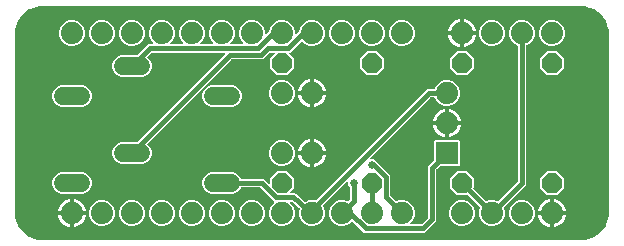
<source format=gbr>
G04 EAGLE Gerber RS-274X export*
G75*
%MOMM*%
%FSLAX34Y34*%
%LPD*%
%INTop Copper*%
%IPPOS*%
%AMOC8*
5,1,8,0,0,1.08239X$1,22.5*%
G01*
%ADD10R,1.879600X1.879600*%
%ADD11C,1.879600*%
%ADD12P,1.814519X8X22.500000*%
%ADD13C,1.524000*%
%ADD14P,1.814519X8X202.500000*%
%ADD15C,0.406400*%
%ADD16C,0.654800*%

G36*
X482622Y2544D02*
X482622Y2544D01*
X482660Y2543D01*
X486117Y2815D01*
X486122Y2817D01*
X486128Y2816D01*
X486292Y2850D01*
X492868Y4987D01*
X492899Y5003D01*
X492934Y5012D01*
X493080Y5095D01*
X498673Y9158D01*
X498698Y9184D01*
X498729Y9203D01*
X498842Y9327D01*
X502905Y14920D01*
X502921Y14952D01*
X502944Y14980D01*
X503013Y15132D01*
X505150Y21708D01*
X505151Y21713D01*
X505153Y21719D01*
X505185Y21883D01*
X505457Y25340D01*
X505455Y25362D01*
X505459Y25400D01*
X505459Y177800D01*
X505456Y177822D01*
X505457Y177860D01*
X505185Y181317D01*
X505183Y181322D01*
X505184Y181328D01*
X505150Y181492D01*
X503013Y188068D01*
X502997Y188099D01*
X502988Y188134D01*
X502905Y188280D01*
X498842Y193873D01*
X498816Y193898D01*
X498797Y193929D01*
X498673Y194042D01*
X493080Y198105D01*
X493048Y198121D01*
X493020Y198144D01*
X492868Y198213D01*
X486292Y200350D01*
X486287Y200351D01*
X486281Y200353D01*
X486117Y200385D01*
X482660Y200657D01*
X482638Y200655D01*
X482600Y200659D01*
X25400Y200659D01*
X25378Y200656D01*
X25340Y200657D01*
X21883Y200385D01*
X21878Y200383D01*
X21872Y200384D01*
X21708Y200350D01*
X15132Y198213D01*
X15101Y198197D01*
X15066Y198188D01*
X14920Y198105D01*
X9327Y194042D01*
X9302Y194016D01*
X9271Y193997D01*
X9158Y193873D01*
X5095Y188280D01*
X5079Y188248D01*
X5056Y188220D01*
X4987Y188068D01*
X2850Y181492D01*
X2849Y181487D01*
X2847Y181481D01*
X2815Y181317D01*
X2543Y177860D01*
X2545Y177838D01*
X2541Y177800D01*
X2541Y25400D01*
X2544Y25378D01*
X2543Y25340D01*
X2815Y21883D01*
X2817Y21878D01*
X2816Y21872D01*
X2850Y21708D01*
X4987Y15132D01*
X5003Y15101D01*
X5012Y15066D01*
X5095Y14920D01*
X9158Y9327D01*
X9184Y9302D01*
X9203Y9271D01*
X9327Y9158D01*
X14920Y5095D01*
X14952Y5079D01*
X14980Y5056D01*
X15132Y4987D01*
X21708Y2850D01*
X21713Y2849D01*
X21719Y2847D01*
X21883Y2815D01*
X25340Y2543D01*
X25362Y2545D01*
X25400Y2541D01*
X482600Y2541D01*
X482622Y2544D01*
G37*
%LPC*%
G36*
X297961Y8889D02*
X297961Y8889D01*
X288687Y18163D01*
X288671Y18175D01*
X288658Y18191D01*
X288571Y18247D01*
X288487Y18307D01*
X288468Y18313D01*
X288451Y18324D01*
X288351Y18349D01*
X288252Y18379D01*
X288232Y18379D01*
X288213Y18384D01*
X288110Y18376D01*
X288006Y18373D01*
X287987Y18366D01*
X287968Y18364D01*
X287873Y18324D01*
X287775Y18288D01*
X287760Y18276D01*
X287741Y18268D01*
X287610Y18163D01*
X285587Y16140D01*
X281573Y14477D01*
X277227Y14477D01*
X273213Y16140D01*
X270140Y19213D01*
X268477Y23227D01*
X268477Y27573D01*
X270140Y31587D01*
X273213Y34660D01*
X277227Y36323D01*
X281573Y36323D01*
X283733Y35428D01*
X283847Y35401D01*
X283960Y35373D01*
X283967Y35373D01*
X283973Y35372D01*
X284089Y35383D01*
X284206Y35392D01*
X284211Y35394D01*
X284218Y35395D01*
X284325Y35443D01*
X284432Y35488D01*
X284438Y35493D01*
X284442Y35495D01*
X284456Y35507D01*
X284563Y35593D01*
X285780Y36810D01*
X285833Y36884D01*
X285893Y36954D01*
X285905Y36984D01*
X285924Y37010D01*
X285951Y37097D01*
X285985Y37182D01*
X285989Y37223D01*
X285996Y37245D01*
X285995Y37277D01*
X286003Y37349D01*
X286003Y47255D01*
X285989Y47345D01*
X285981Y47436D01*
X285969Y47466D01*
X285964Y47498D01*
X285921Y47578D01*
X285885Y47662D01*
X285859Y47694D01*
X285848Y47715D01*
X285825Y47737D01*
X285780Y47793D01*
X284761Y48812D01*
X284761Y51833D01*
X284750Y51904D01*
X284748Y51976D01*
X284730Y52025D01*
X284722Y52076D01*
X284688Y52139D01*
X284663Y52207D01*
X284631Y52248D01*
X284606Y52294D01*
X284555Y52343D01*
X284510Y52399D01*
X284466Y52427D01*
X284428Y52463D01*
X284363Y52493D01*
X284303Y52532D01*
X284252Y52545D01*
X284205Y52567D01*
X284134Y52575D01*
X284064Y52592D01*
X284012Y52588D01*
X283961Y52594D01*
X283890Y52578D01*
X283819Y52573D01*
X283771Y52553D01*
X283720Y52541D01*
X283659Y52505D01*
X283593Y52477D01*
X283537Y52432D01*
X283509Y52415D01*
X283494Y52397D01*
X283462Y52372D01*
X263449Y32359D01*
X263381Y32265D01*
X263311Y32170D01*
X263309Y32164D01*
X263305Y32159D01*
X263271Y32048D01*
X263235Y31936D01*
X263235Y31930D01*
X263233Y31924D01*
X263236Y31807D01*
X263237Y31690D01*
X263239Y31683D01*
X263239Y31678D01*
X263246Y31661D01*
X263284Y31529D01*
X264923Y27573D01*
X264923Y23227D01*
X263260Y19213D01*
X260187Y16140D01*
X256173Y14477D01*
X251827Y14477D01*
X247813Y16140D01*
X244740Y19213D01*
X243077Y23227D01*
X243077Y27573D01*
X243591Y28814D01*
X243598Y28840D01*
X243610Y28864D01*
X243626Y28959D01*
X243648Y29053D01*
X243645Y29080D01*
X243649Y29106D01*
X243634Y29202D01*
X243625Y29298D01*
X243614Y29323D01*
X243609Y29349D01*
X243564Y29435D01*
X243525Y29523D01*
X243506Y29543D01*
X243494Y29566D01*
X243378Y29688D01*
X236913Y35127D01*
X236865Y35155D01*
X236855Y35164D01*
X236854Y35165D01*
X236818Y35195D01*
X236758Y35219D01*
X236702Y35252D01*
X236645Y35265D01*
X236590Y35287D01*
X236493Y35298D01*
X236462Y35304D01*
X236447Y35303D01*
X236423Y35305D01*
X235980Y35305D01*
X235909Y35294D01*
X235837Y35292D01*
X235788Y35274D01*
X235737Y35266D01*
X235674Y35232D01*
X235606Y35207D01*
X235566Y35175D01*
X235519Y35150D01*
X235470Y35098D01*
X235414Y35054D01*
X235386Y35010D01*
X235350Y34972D01*
X235320Y34907D01*
X235281Y34847D01*
X235268Y34796D01*
X235246Y34749D01*
X235239Y34678D01*
X235221Y34608D01*
X235225Y34556D01*
X235219Y34505D01*
X235235Y34434D01*
X235240Y34363D01*
X235261Y34315D01*
X235272Y34264D01*
X235308Y34203D01*
X235337Y34137D01*
X235381Y34081D01*
X235398Y34053D01*
X235416Y34038D01*
X235441Y34006D01*
X237860Y31587D01*
X239523Y27573D01*
X239523Y23227D01*
X237860Y19213D01*
X234787Y16140D01*
X230773Y14477D01*
X226427Y14477D01*
X222413Y16140D01*
X219340Y19213D01*
X217677Y23227D01*
X217677Y27573D01*
X219340Y31587D01*
X222082Y34329D01*
X222093Y34345D01*
X222109Y34357D01*
X222165Y34445D01*
X222225Y34529D01*
X222231Y34548D01*
X222242Y34564D01*
X222267Y34665D01*
X222298Y34764D01*
X222297Y34784D01*
X222302Y34803D01*
X222294Y34906D01*
X222291Y35009D01*
X222284Y35028D01*
X222283Y35048D01*
X222242Y35143D01*
X222207Y35241D01*
X222194Y35256D01*
X222187Y35274D01*
X222082Y35405D01*
X219875Y37612D01*
X210467Y47020D01*
X210393Y47073D01*
X210323Y47133D01*
X210293Y47145D01*
X210267Y47164D01*
X210180Y47191D01*
X210095Y47225D01*
X210054Y47229D01*
X210032Y47236D01*
X210000Y47235D01*
X209928Y47243D01*
X194354Y47243D01*
X194239Y47224D01*
X194123Y47207D01*
X194117Y47205D01*
X194111Y47204D01*
X194008Y47149D01*
X193903Y47096D01*
X193899Y47091D01*
X193893Y47088D01*
X193814Y47004D01*
X193731Y46920D01*
X193728Y46914D01*
X193724Y46910D01*
X193716Y46893D01*
X193650Y46773D01*
X193173Y45620D01*
X190600Y43047D01*
X187239Y41655D01*
X168361Y41655D01*
X165000Y43047D01*
X162427Y45620D01*
X161035Y48981D01*
X161035Y52619D01*
X162427Y55980D01*
X165000Y58553D01*
X168361Y59945D01*
X187239Y59945D01*
X190600Y58553D01*
X193173Y55980D01*
X193650Y54827D01*
X193712Y54727D01*
X193772Y54627D01*
X193777Y54623D01*
X193780Y54618D01*
X193870Y54543D01*
X193959Y54467D01*
X193965Y54465D01*
X193969Y54461D01*
X194078Y54419D01*
X194187Y54375D01*
X194194Y54374D01*
X194199Y54373D01*
X194217Y54372D01*
X194354Y54357D01*
X213190Y54357D01*
X217394Y50153D01*
X217452Y50111D01*
X217504Y50062D01*
X217551Y50040D01*
X217593Y50010D01*
X217662Y49989D01*
X217727Y49958D01*
X217779Y49953D01*
X217829Y49937D01*
X217900Y49939D01*
X217971Y49931D01*
X218022Y49942D01*
X218074Y49944D01*
X218142Y49968D01*
X218212Y49984D01*
X218257Y50010D01*
X218305Y50028D01*
X218361Y50073D01*
X218423Y50110D01*
X218457Y50149D01*
X218497Y50182D01*
X218536Y50242D01*
X218583Y50297D01*
X218602Y50345D01*
X218630Y50389D01*
X218648Y50458D01*
X218675Y50525D01*
X218683Y50596D01*
X218691Y50627D01*
X218689Y50651D01*
X218693Y50692D01*
X218693Y54904D01*
X224496Y60707D01*
X232704Y60707D01*
X238507Y54904D01*
X238507Y46696D01*
X235528Y43718D01*
X235487Y43660D01*
X235437Y43608D01*
X235415Y43561D01*
X235385Y43519D01*
X235364Y43450D01*
X235334Y43385D01*
X235328Y43333D01*
X235313Y43283D01*
X235314Y43212D01*
X235307Y43141D01*
X235318Y43090D01*
X235319Y43038D01*
X235344Y42970D01*
X235359Y42900D01*
X235386Y42855D01*
X235403Y42807D01*
X235448Y42751D01*
X235485Y42689D01*
X235525Y42655D01*
X235557Y42615D01*
X235617Y42576D01*
X235672Y42529D01*
X235720Y42510D01*
X235764Y42482D01*
X235833Y42464D01*
X235900Y42437D01*
X235971Y42429D01*
X236003Y42421D01*
X236026Y42423D01*
X236067Y42419D01*
X237812Y42419D01*
X237836Y42423D01*
X237878Y42422D01*
X239173Y42533D01*
X239178Y42529D01*
X239238Y42505D01*
X239294Y42472D01*
X239351Y42459D01*
X239406Y42437D01*
X239459Y42431D01*
X240382Y41508D01*
X240401Y41494D01*
X240430Y41464D01*
X247931Y35153D01*
X248004Y35110D01*
X248072Y35060D01*
X248109Y35048D01*
X248143Y35028D01*
X248225Y35010D01*
X248306Y34983D01*
X248345Y34984D01*
X248383Y34976D01*
X248467Y34985D01*
X248552Y34986D01*
X248600Y35000D01*
X248627Y35003D01*
X248655Y35016D01*
X248713Y35033D01*
X251827Y36323D01*
X256173Y36323D01*
X256537Y36172D01*
X256651Y36145D01*
X256764Y36117D01*
X256771Y36117D01*
X256777Y36116D01*
X256893Y36127D01*
X257010Y36136D01*
X257015Y36138D01*
X257022Y36139D01*
X257129Y36187D01*
X257236Y36232D01*
X257242Y36237D01*
X257246Y36239D01*
X257260Y36251D01*
X257367Y36337D01*
X351587Y130557D01*
X357442Y130557D01*
X357557Y130576D01*
X357673Y130593D01*
X357678Y130595D01*
X357685Y130596D01*
X357787Y130651D01*
X357892Y130704D01*
X357897Y130709D01*
X357902Y130712D01*
X357982Y130796D01*
X358064Y130880D01*
X358068Y130886D01*
X358071Y130890D01*
X358079Y130907D01*
X358145Y131027D01*
X359040Y133187D01*
X362113Y136260D01*
X366127Y137923D01*
X370473Y137923D01*
X374487Y136260D01*
X377560Y133187D01*
X379223Y129173D01*
X379223Y124827D01*
X377560Y120813D01*
X374487Y117740D01*
X370473Y116077D01*
X366127Y116077D01*
X362113Y117740D01*
X359040Y120813D01*
X358145Y122973D01*
X358084Y123073D01*
X358024Y123173D01*
X358019Y123177D01*
X358016Y123182D01*
X357926Y123257D01*
X357837Y123333D01*
X357831Y123335D01*
X357826Y123339D01*
X357718Y123381D01*
X357609Y123425D01*
X357601Y123426D01*
X357597Y123427D01*
X357578Y123428D01*
X357442Y123443D01*
X354849Y123443D01*
X354758Y123429D01*
X354668Y123421D01*
X354638Y123409D01*
X354606Y123404D01*
X354525Y123361D01*
X354441Y123325D01*
X354409Y123299D01*
X354388Y123288D01*
X354366Y123265D01*
X354310Y123220D01*
X303228Y72138D01*
X303186Y72080D01*
X303137Y72028D01*
X303115Y71981D01*
X303085Y71939D01*
X303064Y71870D01*
X303033Y71805D01*
X303028Y71753D01*
X303012Y71703D01*
X303014Y71632D01*
X303006Y71561D01*
X303017Y71510D01*
X303019Y71458D01*
X303043Y71390D01*
X303059Y71320D01*
X303085Y71275D01*
X303103Y71227D01*
X303148Y71171D01*
X303185Y71109D01*
X303224Y71075D01*
X303257Y71035D01*
X303317Y70996D01*
X303372Y70949D01*
X303420Y70930D01*
X303464Y70902D01*
X303533Y70884D01*
X303600Y70857D01*
X303671Y70849D01*
X303702Y70841D01*
X303726Y70843D01*
X303767Y70839D01*
X306788Y70839D01*
X309638Y67988D01*
X309638Y67987D01*
X309681Y67906D01*
X309717Y67822D01*
X309743Y67790D01*
X309754Y67769D01*
X309777Y67747D01*
X309822Y67691D01*
X320295Y57218D01*
X320295Y40651D01*
X320309Y40560D01*
X320317Y40470D01*
X320329Y40440D01*
X320334Y40408D01*
X320377Y40327D01*
X320413Y40243D01*
X320439Y40211D01*
X320450Y40190D01*
X320473Y40168D01*
X320518Y40112D01*
X325037Y35593D01*
X325131Y35525D01*
X325226Y35455D01*
X325232Y35453D01*
X325237Y35449D01*
X325348Y35415D01*
X325460Y35379D01*
X325466Y35379D01*
X325472Y35377D01*
X325589Y35380D01*
X325706Y35381D01*
X325713Y35383D01*
X325718Y35383D01*
X325735Y35390D01*
X325867Y35428D01*
X328027Y36323D01*
X332373Y36323D01*
X336387Y34660D01*
X339460Y31587D01*
X341123Y27573D01*
X341123Y23227D01*
X339460Y19213D01*
X337549Y17302D01*
X337507Y17244D01*
X337458Y17192D01*
X337436Y17145D01*
X337406Y17103D01*
X337385Y17034D01*
X337354Y16969D01*
X337349Y16917D01*
X337333Y16867D01*
X337335Y16796D01*
X337327Y16725D01*
X337338Y16674D01*
X337340Y16622D01*
X337364Y16554D01*
X337380Y16484D01*
X337406Y16439D01*
X337424Y16391D01*
X337469Y16335D01*
X337506Y16273D01*
X337545Y16239D01*
X337578Y16199D01*
X337638Y16160D01*
X337693Y16113D01*
X337741Y16094D01*
X337785Y16066D01*
X337854Y16048D01*
X337921Y16021D01*
X337992Y16013D01*
X338023Y16005D01*
X338047Y16007D01*
X338088Y16003D01*
X346477Y16003D01*
X346567Y16017D01*
X346658Y16025D01*
X346688Y16037D01*
X346720Y16042D01*
X346801Y16085D01*
X346884Y16121D01*
X346917Y16147D01*
X346937Y16158D01*
X346959Y16181D01*
X347015Y16226D01*
X352074Y21285D01*
X352127Y21358D01*
X352187Y21428D01*
X352199Y21458D01*
X352218Y21484D01*
X352245Y21571D01*
X352279Y21656D01*
X352283Y21697D01*
X352290Y21719D01*
X352289Y21752D01*
X352297Y21823D01*
X352297Y65227D01*
X354604Y67534D01*
X357154Y70084D01*
X357207Y70158D01*
X357267Y70228D01*
X357279Y70258D01*
X357298Y70284D01*
X357325Y70371D01*
X357359Y70456D01*
X357363Y70497D01*
X357370Y70519D01*
X357369Y70551D01*
X357377Y70623D01*
X357377Y86230D01*
X358270Y87123D01*
X378330Y87123D01*
X379223Y86230D01*
X379223Y66170D01*
X378330Y65277D01*
X362723Y65277D01*
X362632Y65263D01*
X362542Y65255D01*
X362512Y65243D01*
X362480Y65238D01*
X362399Y65195D01*
X362315Y65159D01*
X362283Y65133D01*
X362262Y65122D01*
X362240Y65099D01*
X362184Y65054D01*
X359634Y62504D01*
X359581Y62430D01*
X359521Y62360D01*
X359509Y62330D01*
X359490Y62304D01*
X359463Y62217D01*
X359429Y62132D01*
X359425Y62091D01*
X359418Y62069D01*
X359419Y62037D01*
X359411Y61965D01*
X359411Y18561D01*
X349739Y8889D01*
X297961Y8889D01*
G37*
%LPD*%
%LPC*%
G36*
X92161Y67055D02*
X92161Y67055D01*
X88800Y68447D01*
X86227Y71020D01*
X84835Y74381D01*
X84835Y78019D01*
X86227Y81380D01*
X88800Y83953D01*
X92161Y85345D01*
X105399Y85345D01*
X105490Y85359D01*
X105580Y85367D01*
X105610Y85379D01*
X105642Y85384D01*
X105723Y85427D01*
X105807Y85463D01*
X105839Y85489D01*
X105860Y85500D01*
X105882Y85523D01*
X105938Y85568D01*
X180360Y159990D01*
X180402Y160048D01*
X180451Y160100D01*
X180473Y160147D01*
X180503Y160189D01*
X180524Y160258D01*
X180555Y160323D01*
X180560Y160375D01*
X180576Y160425D01*
X180574Y160496D01*
X180582Y160567D01*
X180571Y160618D01*
X180569Y160670D01*
X180545Y160738D01*
X180529Y160808D01*
X180503Y160852D01*
X180485Y160901D01*
X180440Y160957D01*
X180403Y161019D01*
X180364Y161053D01*
X180331Y161093D01*
X180271Y161132D01*
X180216Y161179D01*
X180168Y161198D01*
X180124Y161226D01*
X180055Y161244D01*
X179988Y161271D01*
X179917Y161279D01*
X179886Y161287D01*
X179862Y161285D01*
X179821Y161289D01*
X118375Y161289D01*
X118284Y161275D01*
X118194Y161267D01*
X118164Y161255D01*
X118132Y161250D01*
X118051Y161207D01*
X117967Y161171D01*
X117935Y161145D01*
X117914Y161134D01*
X117892Y161111D01*
X117836Y161066D01*
X114930Y158160D01*
X114918Y158143D01*
X114902Y158131D01*
X114846Y158044D01*
X114786Y157960D01*
X114780Y157941D01*
X114769Y157924D01*
X114744Y157824D01*
X114714Y157725D01*
X114714Y157705D01*
X114709Y157686D01*
X114717Y157583D01*
X114720Y157479D01*
X114727Y157460D01*
X114728Y157440D01*
X114769Y157346D01*
X114804Y157248D01*
X114817Y157232D01*
X114825Y157214D01*
X114930Y157083D01*
X116973Y155040D01*
X118365Y151679D01*
X118365Y148041D01*
X116973Y144680D01*
X114400Y142107D01*
X111039Y140715D01*
X92161Y140715D01*
X88800Y142107D01*
X86227Y144680D01*
X84835Y148041D01*
X84835Y151679D01*
X86227Y155040D01*
X88800Y157613D01*
X92161Y159005D01*
X105399Y159005D01*
X105490Y159019D01*
X105580Y159027D01*
X105610Y159039D01*
X105642Y159044D01*
X105723Y159087D01*
X105807Y159123D01*
X105839Y159149D01*
X105860Y159160D01*
X105882Y159183D01*
X105938Y159228D01*
X112806Y166096D01*
X115113Y168403D01*
X119112Y168403D01*
X119183Y168414D01*
X119255Y168416D01*
X119304Y168434D01*
X119355Y168442D01*
X119418Y168476D01*
X119486Y168501D01*
X119526Y168533D01*
X119573Y168558D01*
X119622Y168610D01*
X119678Y168654D01*
X119706Y168698D01*
X119742Y168736D01*
X119772Y168801D01*
X119811Y168861D01*
X119824Y168912D01*
X119846Y168959D01*
X119853Y169030D01*
X119871Y169100D01*
X119867Y169152D01*
X119873Y169203D01*
X119857Y169274D01*
X119852Y169345D01*
X119831Y169393D01*
X119820Y169444D01*
X119784Y169505D01*
X119755Y169571D01*
X119711Y169627D01*
X119694Y169655D01*
X119676Y169670D01*
X119651Y169702D01*
X117740Y171613D01*
X116077Y175627D01*
X116077Y179973D01*
X117740Y183987D01*
X120813Y187060D01*
X124827Y188723D01*
X129173Y188723D01*
X133187Y187060D01*
X136260Y183987D01*
X137923Y179973D01*
X137923Y175627D01*
X136260Y171613D01*
X134349Y169702D01*
X134307Y169644D01*
X134258Y169592D01*
X134236Y169545D01*
X134206Y169503D01*
X134185Y169434D01*
X134154Y169369D01*
X134149Y169317D01*
X134133Y169267D01*
X134135Y169196D01*
X134127Y169125D01*
X134138Y169074D01*
X134140Y169022D01*
X134164Y168954D01*
X134180Y168884D01*
X134206Y168839D01*
X134224Y168791D01*
X134269Y168735D01*
X134306Y168673D01*
X134345Y168639D01*
X134378Y168599D01*
X134438Y168560D01*
X134493Y168513D01*
X134541Y168494D01*
X134585Y168466D01*
X134654Y168448D01*
X134721Y168421D01*
X134792Y168413D01*
X134823Y168405D01*
X134847Y168407D01*
X134888Y168403D01*
X144512Y168403D01*
X144583Y168414D01*
X144655Y168416D01*
X144704Y168434D01*
X144755Y168442D01*
X144818Y168476D01*
X144886Y168501D01*
X144926Y168533D01*
X144973Y168558D01*
X145022Y168610D01*
X145078Y168654D01*
X145106Y168698D01*
X145142Y168736D01*
X145172Y168801D01*
X145211Y168861D01*
X145224Y168912D01*
X145246Y168959D01*
X145253Y169030D01*
X145271Y169100D01*
X145267Y169152D01*
X145273Y169203D01*
X145257Y169274D01*
X145252Y169345D01*
X145231Y169393D01*
X145220Y169444D01*
X145184Y169505D01*
X145155Y169571D01*
X145111Y169627D01*
X145094Y169655D01*
X145076Y169670D01*
X145051Y169702D01*
X143140Y171613D01*
X141477Y175627D01*
X141477Y179973D01*
X143140Y183987D01*
X146213Y187060D01*
X150227Y188723D01*
X154573Y188723D01*
X158587Y187060D01*
X161660Y183987D01*
X163323Y179973D01*
X163323Y175627D01*
X161660Y171613D01*
X159749Y169702D01*
X159707Y169644D01*
X159658Y169592D01*
X159636Y169545D01*
X159606Y169503D01*
X159585Y169434D01*
X159554Y169369D01*
X159549Y169317D01*
X159533Y169267D01*
X159535Y169196D01*
X159527Y169125D01*
X159538Y169074D01*
X159540Y169022D01*
X159564Y168954D01*
X159580Y168884D01*
X159606Y168839D01*
X159624Y168791D01*
X159669Y168735D01*
X159706Y168673D01*
X159745Y168639D01*
X159778Y168599D01*
X159838Y168560D01*
X159893Y168513D01*
X159941Y168494D01*
X159985Y168466D01*
X160054Y168448D01*
X160121Y168421D01*
X160192Y168413D01*
X160223Y168405D01*
X160247Y168407D01*
X160288Y168403D01*
X169912Y168403D01*
X169983Y168414D01*
X170055Y168416D01*
X170104Y168434D01*
X170155Y168442D01*
X170218Y168476D01*
X170286Y168501D01*
X170326Y168533D01*
X170373Y168558D01*
X170422Y168610D01*
X170478Y168654D01*
X170506Y168698D01*
X170542Y168736D01*
X170572Y168801D01*
X170611Y168861D01*
X170624Y168912D01*
X170646Y168959D01*
X170653Y169030D01*
X170671Y169100D01*
X170667Y169152D01*
X170673Y169203D01*
X170657Y169274D01*
X170652Y169345D01*
X170631Y169393D01*
X170620Y169444D01*
X170584Y169505D01*
X170555Y169571D01*
X170511Y169627D01*
X170494Y169655D01*
X170476Y169670D01*
X170451Y169702D01*
X168540Y171613D01*
X166877Y175627D01*
X166877Y179973D01*
X168540Y183987D01*
X171613Y187060D01*
X175627Y188723D01*
X179973Y188723D01*
X183987Y187060D01*
X187060Y183987D01*
X188723Y179973D01*
X188723Y175627D01*
X187060Y171613D01*
X185149Y169702D01*
X185107Y169644D01*
X185058Y169592D01*
X185036Y169545D01*
X185006Y169503D01*
X184985Y169434D01*
X184954Y169369D01*
X184949Y169317D01*
X184933Y169267D01*
X184935Y169196D01*
X184927Y169125D01*
X184938Y169074D01*
X184940Y169022D01*
X184964Y168954D01*
X184980Y168884D01*
X185006Y168839D01*
X185024Y168791D01*
X185069Y168735D01*
X185106Y168673D01*
X185145Y168639D01*
X185178Y168599D01*
X185238Y168560D01*
X185293Y168513D01*
X185341Y168494D01*
X185385Y168466D01*
X185454Y168448D01*
X185521Y168421D01*
X185592Y168413D01*
X185623Y168405D01*
X185647Y168407D01*
X185688Y168403D01*
X195312Y168403D01*
X195383Y168414D01*
X195455Y168416D01*
X195504Y168434D01*
X195555Y168442D01*
X195618Y168476D01*
X195686Y168501D01*
X195726Y168533D01*
X195773Y168558D01*
X195822Y168610D01*
X195878Y168654D01*
X195906Y168698D01*
X195942Y168736D01*
X195972Y168801D01*
X196011Y168861D01*
X196024Y168912D01*
X196046Y168959D01*
X196053Y169030D01*
X196071Y169100D01*
X196067Y169152D01*
X196073Y169203D01*
X196057Y169274D01*
X196052Y169345D01*
X196031Y169393D01*
X196020Y169444D01*
X195984Y169505D01*
X195955Y169571D01*
X195911Y169627D01*
X195894Y169655D01*
X195876Y169670D01*
X195851Y169702D01*
X193940Y171613D01*
X192277Y175627D01*
X192277Y179973D01*
X193940Y183987D01*
X197013Y187060D01*
X201027Y188723D01*
X205373Y188723D01*
X209387Y187060D01*
X212460Y183987D01*
X214123Y179973D01*
X214123Y177271D01*
X214134Y177200D01*
X214136Y177128D01*
X214154Y177079D01*
X214162Y177028D01*
X214196Y176965D01*
X214221Y176897D01*
X214253Y176857D01*
X214278Y176811D01*
X214329Y176761D01*
X214374Y176705D01*
X214418Y176677D01*
X214456Y176641D01*
X214521Y176611D01*
X214581Y176572D01*
X214632Y176560D01*
X214679Y176538D01*
X214750Y176530D01*
X214820Y176512D01*
X214872Y176516D01*
X214923Y176511D01*
X214994Y176526D01*
X215065Y176531D01*
X215113Y176552D01*
X215164Y176563D01*
X215225Y176600D01*
X215291Y176628D01*
X215347Y176672D01*
X215375Y176689D01*
X215390Y176707D01*
X215422Y176732D01*
X217454Y178765D01*
X217507Y178838D01*
X217567Y178908D01*
X217579Y178938D01*
X217598Y178964D01*
X217625Y179051D01*
X217659Y179136D01*
X217663Y179177D01*
X217670Y179199D01*
X217669Y179232D01*
X217677Y179303D01*
X217677Y179973D01*
X219340Y183987D01*
X222413Y187060D01*
X226427Y188723D01*
X230773Y188723D01*
X234787Y187060D01*
X237860Y183987D01*
X239523Y179973D01*
X239523Y177271D01*
X239534Y177200D01*
X239536Y177128D01*
X239554Y177079D01*
X239562Y177028D01*
X239596Y176965D01*
X239621Y176897D01*
X239653Y176857D01*
X239678Y176811D01*
X239730Y176761D01*
X239774Y176705D01*
X239818Y176677D01*
X239856Y176641D01*
X239921Y176611D01*
X239981Y176572D01*
X240032Y176560D01*
X240079Y176538D01*
X240150Y176530D01*
X240220Y176512D01*
X240272Y176516D01*
X240323Y176511D01*
X240394Y176526D01*
X240465Y176531D01*
X240513Y176552D01*
X240564Y176563D01*
X240625Y176600D01*
X240691Y176628D01*
X240747Y176672D01*
X240775Y176689D01*
X240790Y176707D01*
X240822Y176732D01*
X242854Y178765D01*
X242907Y178839D01*
X242967Y178908D01*
X242979Y178938D01*
X242998Y178964D01*
X243025Y179051D01*
X243059Y179136D01*
X243063Y179177D01*
X243070Y179199D01*
X243069Y179232D01*
X243077Y179303D01*
X243077Y179973D01*
X244740Y183987D01*
X247813Y187060D01*
X251827Y188723D01*
X256173Y188723D01*
X260187Y187060D01*
X263260Y183987D01*
X264923Y179973D01*
X264923Y175627D01*
X263260Y171613D01*
X260187Y168540D01*
X256173Y166877D01*
X251827Y166877D01*
X247813Y168540D01*
X245790Y170563D01*
X245773Y170575D01*
X245761Y170591D01*
X245694Y170633D01*
X245655Y170667D01*
X245634Y170675D01*
X245590Y170707D01*
X245571Y170713D01*
X245554Y170724D01*
X245454Y170749D01*
X245444Y170752D01*
X245427Y170759D01*
X245419Y170759D01*
X245355Y170779D01*
X245335Y170779D01*
X245316Y170784D01*
X245213Y170776D01*
X245109Y170773D01*
X245090Y170766D01*
X245070Y170764D01*
X245011Y170739D01*
X244999Y170737D01*
X244972Y170723D01*
X244878Y170688D01*
X244862Y170676D01*
X244844Y170668D01*
X244796Y170629D01*
X244782Y170622D01*
X244767Y170607D01*
X244713Y170563D01*
X237745Y163596D01*
X235426Y161276D01*
X235416Y161276D01*
X235367Y161258D01*
X235316Y161250D01*
X235253Y161216D01*
X235185Y161191D01*
X235145Y161159D01*
X235099Y161134D01*
X235049Y161082D01*
X234993Y161038D01*
X234965Y160994D01*
X234929Y160956D01*
X234899Y160891D01*
X234860Y160831D01*
X234848Y160780D01*
X234826Y160733D01*
X234818Y160662D01*
X234800Y160592D01*
X234804Y160540D01*
X234799Y160489D01*
X234814Y160418D01*
X234819Y160347D01*
X234840Y160299D01*
X234851Y160248D01*
X234888Y160187D01*
X234916Y160121D01*
X234960Y160065D01*
X234977Y160037D01*
X234995Y160022D01*
X235020Y159990D01*
X238507Y156504D01*
X238507Y148296D01*
X232704Y142493D01*
X224496Y142493D01*
X218693Y148296D01*
X218693Y156504D01*
X222180Y159990D01*
X222221Y160048D01*
X222271Y160100D01*
X222293Y160147D01*
X222323Y160189D01*
X222344Y160258D01*
X222374Y160323D01*
X222380Y160375D01*
X222395Y160425D01*
X222394Y160496D01*
X222401Y160567D01*
X222390Y160618D01*
X222389Y160670D01*
X222364Y160738D01*
X222349Y160808D01*
X222322Y160853D01*
X222305Y160901D01*
X222260Y160957D01*
X222223Y161019D01*
X222183Y161053D01*
X222151Y161093D01*
X222091Y161132D01*
X222036Y161179D01*
X221988Y161198D01*
X221944Y161226D01*
X221875Y161244D01*
X221808Y161271D01*
X221737Y161279D01*
X221705Y161287D01*
X221682Y161285D01*
X221641Y161289D01*
X218257Y161289D01*
X218167Y161275D01*
X218076Y161267D01*
X218046Y161255D01*
X218014Y161250D01*
X217934Y161207D01*
X217850Y161171D01*
X217818Y161145D01*
X217797Y161134D01*
X217775Y161111D01*
X217719Y161066D01*
X212354Y155701D01*
X186447Y155701D01*
X186356Y155687D01*
X186266Y155679D01*
X186236Y155667D01*
X186204Y155662D01*
X186123Y155619D01*
X186039Y155583D01*
X186007Y155557D01*
X185986Y155546D01*
X185964Y155523D01*
X185908Y155478D01*
X114930Y84500D01*
X114918Y84483D01*
X114902Y84471D01*
X114846Y84384D01*
X114786Y84300D01*
X114780Y84281D01*
X114769Y84264D01*
X114744Y84164D01*
X114714Y84065D01*
X114714Y84045D01*
X114709Y84026D01*
X114717Y83923D01*
X114720Y83819D01*
X114727Y83800D01*
X114728Y83780D01*
X114769Y83685D01*
X114804Y83588D01*
X114817Y83572D01*
X114825Y83554D01*
X114930Y83423D01*
X116973Y81380D01*
X118365Y78019D01*
X118365Y74381D01*
X116973Y71020D01*
X114400Y68447D01*
X111039Y67055D01*
X92161Y67055D01*
G37*
%LPD*%
%LPC*%
G36*
X404227Y14477D02*
X404227Y14477D01*
X400213Y16140D01*
X397140Y19213D01*
X395477Y23227D01*
X395477Y27573D01*
X396372Y29733D01*
X396399Y29847D01*
X396427Y29960D01*
X396427Y29967D01*
X396428Y29973D01*
X396417Y30089D01*
X396408Y30206D01*
X396406Y30211D01*
X396405Y30218D01*
X396357Y30325D01*
X396312Y30432D01*
X396307Y30438D01*
X396305Y30442D01*
X396293Y30456D01*
X396207Y30563D01*
X386028Y40742D01*
X386012Y40753D01*
X386000Y40769D01*
X385912Y40825D01*
X385829Y40885D01*
X385810Y40891D01*
X385793Y40902D01*
X385692Y40927D01*
X385594Y40958D01*
X385574Y40957D01*
X385554Y40962D01*
X385451Y40954D01*
X385348Y40951D01*
X385329Y40944D01*
X385309Y40943D01*
X385214Y40902D01*
X385189Y40893D01*
X376896Y40893D01*
X371093Y46696D01*
X371093Y54904D01*
X376896Y60707D01*
X385104Y60707D01*
X390907Y54904D01*
X390907Y46626D01*
X390898Y46613D01*
X390873Y46512D01*
X390843Y46414D01*
X390843Y46394D01*
X390838Y46374D01*
X390846Y46271D01*
X390849Y46168D01*
X390856Y46149D01*
X390857Y46129D01*
X390898Y46034D01*
X390933Y45937D01*
X390946Y45921D01*
X390954Y45903D01*
X391058Y45772D01*
X401237Y35593D01*
X401332Y35524D01*
X401426Y35455D01*
X401432Y35453D01*
X401437Y35449D01*
X401549Y35415D01*
X401660Y35379D01*
X401666Y35379D01*
X401672Y35377D01*
X401789Y35380D01*
X401906Y35381D01*
X401913Y35383D01*
X401918Y35383D01*
X401935Y35390D01*
X402067Y35428D01*
X404227Y36323D01*
X408573Y36323D01*
X410733Y35428D01*
X410847Y35401D01*
X410960Y35373D01*
X410967Y35373D01*
X410973Y35372D01*
X411089Y35383D01*
X411206Y35392D01*
X411211Y35394D01*
X411218Y35395D01*
X411325Y35443D01*
X411432Y35488D01*
X411438Y35493D01*
X411442Y35495D01*
X411456Y35507D01*
X411563Y35593D01*
X428020Y52050D01*
X428073Y52124D01*
X428133Y52194D01*
X428145Y52224D01*
X428164Y52250D01*
X428191Y52337D01*
X428225Y52422D01*
X428229Y52463D01*
X428236Y52485D01*
X428235Y52517D01*
X428243Y52589D01*
X428243Y166942D01*
X428224Y167057D01*
X428207Y167173D01*
X428205Y167178D01*
X428204Y167185D01*
X428149Y167287D01*
X428096Y167392D01*
X428091Y167397D01*
X428088Y167402D01*
X428004Y167482D01*
X427920Y167564D01*
X427914Y167568D01*
X427910Y167571D01*
X427893Y167579D01*
X427773Y167645D01*
X425613Y168540D01*
X422540Y171613D01*
X420877Y175627D01*
X420877Y179973D01*
X422540Y183987D01*
X425613Y187060D01*
X429627Y188723D01*
X433973Y188723D01*
X437987Y187060D01*
X441060Y183987D01*
X442723Y179973D01*
X442723Y175627D01*
X441060Y171613D01*
X437987Y168540D01*
X435827Y167645D01*
X435727Y167584D01*
X435627Y167524D01*
X435623Y167519D01*
X435618Y167516D01*
X435543Y167426D01*
X435467Y167337D01*
X435465Y167331D01*
X435461Y167326D01*
X435419Y167218D01*
X435375Y167109D01*
X435374Y167101D01*
X435373Y167097D01*
X435372Y167078D01*
X435357Y166942D01*
X435357Y49327D01*
X416593Y30563D01*
X416525Y30468D01*
X416455Y30374D01*
X416453Y30368D01*
X416449Y30363D01*
X416415Y30252D01*
X416379Y30140D01*
X416379Y30134D01*
X416377Y30128D01*
X416380Y30011D01*
X416381Y29894D01*
X416383Y29887D01*
X416383Y29882D01*
X416390Y29865D01*
X416428Y29733D01*
X417323Y27573D01*
X417323Y23227D01*
X415660Y19213D01*
X412587Y16140D01*
X408573Y14477D01*
X404227Y14477D01*
G37*
%LPD*%
%LPC*%
G36*
X168361Y115315D02*
X168361Y115315D01*
X165000Y116707D01*
X162427Y119280D01*
X161035Y122641D01*
X161035Y126279D01*
X162427Y129640D01*
X165000Y132213D01*
X168361Y133605D01*
X187239Y133605D01*
X190600Y132213D01*
X193173Y129640D01*
X194565Y126279D01*
X194565Y122641D01*
X193173Y119280D01*
X190600Y116707D01*
X187239Y115315D01*
X168361Y115315D01*
G37*
%LPD*%
%LPC*%
G36*
X41361Y115315D02*
X41361Y115315D01*
X38000Y116707D01*
X35427Y119280D01*
X34035Y122641D01*
X34035Y126279D01*
X35427Y129640D01*
X38000Y132213D01*
X41361Y133605D01*
X60239Y133605D01*
X63600Y132213D01*
X66173Y129640D01*
X67565Y126279D01*
X67565Y122641D01*
X66173Y119280D01*
X63600Y116707D01*
X60239Y115315D01*
X41361Y115315D01*
G37*
%LPD*%
%LPC*%
G36*
X41361Y41655D02*
X41361Y41655D01*
X38000Y43047D01*
X35427Y45620D01*
X34035Y48981D01*
X34035Y52619D01*
X35427Y55980D01*
X38000Y58553D01*
X41361Y59945D01*
X60239Y59945D01*
X63600Y58553D01*
X66173Y55980D01*
X67565Y52619D01*
X67565Y48981D01*
X66173Y45620D01*
X63600Y43047D01*
X60239Y41655D01*
X41361Y41655D01*
G37*
%LPD*%
%LPC*%
G36*
X429627Y14477D02*
X429627Y14477D01*
X425613Y16140D01*
X422540Y19213D01*
X420877Y23227D01*
X420877Y27573D01*
X422540Y31587D01*
X425613Y34660D01*
X429627Y36323D01*
X433973Y36323D01*
X437987Y34660D01*
X441060Y31587D01*
X442723Y27573D01*
X442723Y23227D01*
X441060Y19213D01*
X437987Y16140D01*
X433973Y14477D01*
X429627Y14477D01*
G37*
%LPD*%
%LPC*%
G36*
X455027Y166877D02*
X455027Y166877D01*
X451013Y168540D01*
X447940Y171613D01*
X446277Y175627D01*
X446277Y179973D01*
X447940Y183987D01*
X451013Y187060D01*
X455027Y188723D01*
X459373Y188723D01*
X463387Y187060D01*
X466460Y183987D01*
X468123Y179973D01*
X468123Y175627D01*
X466460Y171613D01*
X463387Y168540D01*
X459373Y166877D01*
X455027Y166877D01*
G37*
%LPD*%
%LPC*%
G36*
X404227Y166877D02*
X404227Y166877D01*
X400213Y168540D01*
X397140Y171613D01*
X395477Y175627D01*
X395477Y179973D01*
X397140Y183987D01*
X400213Y187060D01*
X404227Y188723D01*
X408573Y188723D01*
X412587Y187060D01*
X415660Y183987D01*
X417323Y179973D01*
X417323Y175627D01*
X415660Y171613D01*
X412587Y168540D01*
X408573Y166877D01*
X404227Y166877D01*
G37*
%LPD*%
%LPC*%
G36*
X277227Y166877D02*
X277227Y166877D01*
X273213Y168540D01*
X270140Y171613D01*
X268477Y175627D01*
X268477Y179973D01*
X270140Y183987D01*
X273213Y187060D01*
X277227Y188723D01*
X281573Y188723D01*
X285587Y187060D01*
X288660Y183987D01*
X290323Y179973D01*
X290323Y175627D01*
X288660Y171613D01*
X285587Y168540D01*
X281573Y166877D01*
X277227Y166877D01*
G37*
%LPD*%
%LPC*%
G36*
X48627Y166877D02*
X48627Y166877D01*
X44613Y168540D01*
X41540Y171613D01*
X39877Y175627D01*
X39877Y179973D01*
X41540Y183987D01*
X44613Y187060D01*
X48627Y188723D01*
X52973Y188723D01*
X56987Y187060D01*
X60060Y183987D01*
X61723Y179973D01*
X61723Y175627D01*
X60060Y171613D01*
X56987Y168540D01*
X52973Y166877D01*
X48627Y166877D01*
G37*
%LPD*%
%LPC*%
G36*
X74027Y166877D02*
X74027Y166877D01*
X70013Y168540D01*
X66940Y171613D01*
X65277Y175627D01*
X65277Y179973D01*
X66940Y183987D01*
X70013Y187060D01*
X74027Y188723D01*
X78373Y188723D01*
X82387Y187060D01*
X85460Y183987D01*
X87123Y179973D01*
X87123Y175627D01*
X85460Y171613D01*
X82387Y168540D01*
X78373Y166877D01*
X74027Y166877D01*
G37*
%LPD*%
%LPC*%
G36*
X328027Y166877D02*
X328027Y166877D01*
X324013Y168540D01*
X320940Y171613D01*
X319277Y175627D01*
X319277Y179973D01*
X320940Y183987D01*
X324013Y187060D01*
X328027Y188723D01*
X332373Y188723D01*
X336387Y187060D01*
X339460Y183987D01*
X341123Y179973D01*
X341123Y175627D01*
X339460Y171613D01*
X336387Y168540D01*
X332373Y166877D01*
X328027Y166877D01*
G37*
%LPD*%
%LPC*%
G36*
X99427Y166877D02*
X99427Y166877D01*
X95413Y168540D01*
X92340Y171613D01*
X90677Y175627D01*
X90677Y179973D01*
X92340Y183987D01*
X95413Y187060D01*
X99427Y188723D01*
X103773Y188723D01*
X107787Y187060D01*
X110860Y183987D01*
X112523Y179973D01*
X112523Y175627D01*
X110860Y171613D01*
X107787Y168540D01*
X103773Y166877D01*
X99427Y166877D01*
G37*
%LPD*%
%LPC*%
G36*
X302627Y166877D02*
X302627Y166877D01*
X298613Y168540D01*
X295540Y171613D01*
X293877Y175627D01*
X293877Y179973D01*
X295540Y183987D01*
X298613Y187060D01*
X302627Y188723D01*
X306973Y188723D01*
X310987Y187060D01*
X314060Y183987D01*
X315723Y179973D01*
X315723Y175627D01*
X314060Y171613D01*
X310987Y168540D01*
X306973Y166877D01*
X302627Y166877D01*
G37*
%LPD*%
%LPC*%
G36*
X74027Y14477D02*
X74027Y14477D01*
X70013Y16140D01*
X66940Y19213D01*
X65277Y23227D01*
X65277Y27573D01*
X66940Y31587D01*
X70013Y34660D01*
X74027Y36323D01*
X78373Y36323D01*
X82387Y34660D01*
X85460Y31587D01*
X87123Y27573D01*
X87123Y23227D01*
X85460Y19213D01*
X82387Y16140D01*
X78373Y14477D01*
X74027Y14477D01*
G37*
%LPD*%
%LPC*%
G36*
X99427Y14477D02*
X99427Y14477D01*
X95413Y16140D01*
X92340Y19213D01*
X90677Y23227D01*
X90677Y27573D01*
X92340Y31587D01*
X95413Y34660D01*
X99427Y36323D01*
X103773Y36323D01*
X107787Y34660D01*
X110860Y31587D01*
X112523Y27573D01*
X112523Y23227D01*
X110860Y19213D01*
X107787Y16140D01*
X103773Y14477D01*
X99427Y14477D01*
G37*
%LPD*%
%LPC*%
G36*
X124827Y14477D02*
X124827Y14477D01*
X120813Y16140D01*
X117740Y19213D01*
X116077Y23227D01*
X116077Y27573D01*
X117740Y31587D01*
X120813Y34660D01*
X124827Y36323D01*
X129173Y36323D01*
X133187Y34660D01*
X136260Y31587D01*
X137923Y27573D01*
X137923Y23227D01*
X136260Y19213D01*
X133187Y16140D01*
X129173Y14477D01*
X124827Y14477D01*
G37*
%LPD*%
%LPC*%
G36*
X226427Y65277D02*
X226427Y65277D01*
X222413Y66940D01*
X219340Y70013D01*
X217677Y74027D01*
X217677Y78373D01*
X219340Y82387D01*
X222413Y85460D01*
X226427Y87123D01*
X230773Y87123D01*
X234787Y85460D01*
X237860Y82387D01*
X239523Y78373D01*
X239523Y74027D01*
X237860Y70013D01*
X234787Y66940D01*
X230773Y65277D01*
X226427Y65277D01*
G37*
%LPD*%
%LPC*%
G36*
X175627Y14477D02*
X175627Y14477D01*
X171613Y16140D01*
X168540Y19213D01*
X166877Y23227D01*
X166877Y27573D01*
X168540Y31587D01*
X171613Y34660D01*
X175627Y36323D01*
X179973Y36323D01*
X183987Y34660D01*
X187060Y31587D01*
X188723Y27573D01*
X188723Y23227D01*
X187060Y19213D01*
X183987Y16140D01*
X179973Y14477D01*
X175627Y14477D01*
G37*
%LPD*%
%LPC*%
G36*
X226427Y116077D02*
X226427Y116077D01*
X222413Y117740D01*
X219340Y120813D01*
X217677Y124827D01*
X217677Y129173D01*
X219340Y133187D01*
X222413Y136260D01*
X226427Y137923D01*
X230773Y137923D01*
X234787Y136260D01*
X237860Y133187D01*
X239523Y129173D01*
X239523Y124827D01*
X237860Y120813D01*
X234787Y117740D01*
X230773Y116077D01*
X226427Y116077D01*
G37*
%LPD*%
%LPC*%
G36*
X378827Y14477D02*
X378827Y14477D01*
X374813Y16140D01*
X371740Y19213D01*
X370077Y23227D01*
X370077Y27573D01*
X371740Y31587D01*
X374813Y34660D01*
X378827Y36323D01*
X383173Y36323D01*
X387187Y34660D01*
X390260Y31587D01*
X391923Y27573D01*
X391923Y23227D01*
X390260Y19213D01*
X387187Y16140D01*
X383173Y14477D01*
X378827Y14477D01*
G37*
%LPD*%
%LPC*%
G36*
X201027Y14477D02*
X201027Y14477D01*
X197013Y16140D01*
X193940Y19213D01*
X192277Y23227D01*
X192277Y27573D01*
X193940Y31587D01*
X197013Y34660D01*
X201027Y36323D01*
X205373Y36323D01*
X209387Y34660D01*
X212460Y31587D01*
X214123Y27573D01*
X214123Y23227D01*
X212460Y19213D01*
X209387Y16140D01*
X205373Y14477D01*
X201027Y14477D01*
G37*
%LPD*%
%LPC*%
G36*
X150227Y14477D02*
X150227Y14477D01*
X146213Y16140D01*
X143140Y19213D01*
X141477Y23227D01*
X141477Y27573D01*
X143140Y31587D01*
X146213Y34660D01*
X150227Y36323D01*
X154573Y36323D01*
X158587Y34660D01*
X161660Y31587D01*
X163323Y27573D01*
X163323Y23227D01*
X161660Y19213D01*
X158587Y16140D01*
X154573Y14477D01*
X150227Y14477D01*
G37*
%LPD*%
%LPC*%
G36*
X453096Y40893D02*
X453096Y40893D01*
X447293Y46696D01*
X447293Y54904D01*
X453096Y60707D01*
X461304Y60707D01*
X467107Y54904D01*
X467107Y46696D01*
X461304Y40893D01*
X453096Y40893D01*
G37*
%LPD*%
%LPC*%
G36*
X453096Y142493D02*
X453096Y142493D01*
X447293Y148296D01*
X447293Y156504D01*
X453096Y162307D01*
X461304Y162307D01*
X467107Y156504D01*
X467107Y148296D01*
X461304Y142493D01*
X453096Y142493D01*
G37*
%LPD*%
%LPC*%
G36*
X376896Y142493D02*
X376896Y142493D01*
X371093Y148296D01*
X371093Y156504D01*
X376896Y162307D01*
X385104Y162307D01*
X390907Y156504D01*
X390907Y148296D01*
X385104Y142493D01*
X376896Y142493D01*
G37*
%LPD*%
%LPC*%
G36*
X300696Y142493D02*
X300696Y142493D01*
X294893Y148296D01*
X294893Y156504D01*
X300696Y162307D01*
X308904Y162307D01*
X314707Y156504D01*
X314707Y148296D01*
X308904Y142493D01*
X300696Y142493D01*
G37*
%LPD*%
%LPC*%
G36*
X458723Y26923D02*
X458723Y26923D01*
X458723Y37246D01*
X459996Y37045D01*
X461783Y36464D01*
X463457Y35611D01*
X464978Y34506D01*
X466306Y33178D01*
X467411Y31657D01*
X468264Y29983D01*
X468845Y28196D01*
X469046Y26923D01*
X458723Y26923D01*
G37*
%LPD*%
%LPC*%
G36*
X255523Y77723D02*
X255523Y77723D01*
X255523Y88046D01*
X256796Y87845D01*
X258583Y87264D01*
X260257Y86411D01*
X261778Y85306D01*
X263106Y83978D01*
X264211Y82457D01*
X265064Y80783D01*
X265645Y78996D01*
X265846Y77723D01*
X255523Y77723D01*
G37*
%LPD*%
%LPC*%
G36*
X52323Y26923D02*
X52323Y26923D01*
X52323Y37246D01*
X53596Y37045D01*
X55383Y36464D01*
X57057Y35611D01*
X58578Y34506D01*
X59906Y33178D01*
X61011Y31657D01*
X61864Y29983D01*
X62445Y28196D01*
X62646Y26923D01*
X52323Y26923D01*
G37*
%LPD*%
%LPC*%
G36*
X382523Y179323D02*
X382523Y179323D01*
X382523Y189646D01*
X383796Y189445D01*
X385583Y188864D01*
X387257Y188011D01*
X388778Y186906D01*
X390106Y185578D01*
X391211Y184057D01*
X392064Y182383D01*
X392645Y180596D01*
X392846Y179323D01*
X382523Y179323D01*
G37*
%LPD*%
%LPC*%
G36*
X255523Y128523D02*
X255523Y128523D01*
X255523Y138846D01*
X256796Y138645D01*
X258583Y138064D01*
X260257Y137211D01*
X261778Y136106D01*
X263106Y134778D01*
X264211Y133257D01*
X265064Y131583D01*
X265645Y129796D01*
X265846Y128523D01*
X255523Y128523D01*
G37*
%LPD*%
%LPC*%
G36*
X369823Y103123D02*
X369823Y103123D01*
X369823Y113446D01*
X371096Y113245D01*
X372883Y112664D01*
X374557Y111811D01*
X376078Y110706D01*
X377406Y109378D01*
X378511Y107857D01*
X379364Y106183D01*
X379945Y104396D01*
X380146Y103123D01*
X369823Y103123D01*
G37*
%LPD*%
%LPC*%
G36*
X255523Y74677D02*
X255523Y74677D01*
X265846Y74677D01*
X265645Y73404D01*
X265064Y71617D01*
X264211Y69943D01*
X263106Y68422D01*
X261778Y67094D01*
X260257Y65989D01*
X258583Y65136D01*
X256796Y64555D01*
X255523Y64354D01*
X255523Y74677D01*
G37*
%LPD*%
%LPC*%
G36*
X255523Y125477D02*
X255523Y125477D01*
X265846Y125477D01*
X265645Y124204D01*
X265064Y122417D01*
X264211Y120743D01*
X263106Y119222D01*
X261778Y117894D01*
X260257Y116789D01*
X258583Y115936D01*
X256796Y115355D01*
X255523Y115154D01*
X255523Y125477D01*
G37*
%LPD*%
%LPC*%
G36*
X445354Y26923D02*
X445354Y26923D01*
X445555Y28196D01*
X446136Y29983D01*
X446989Y31657D01*
X448094Y33178D01*
X449422Y34506D01*
X450943Y35611D01*
X452617Y36464D01*
X454404Y37045D01*
X455677Y37246D01*
X455677Y26923D01*
X445354Y26923D01*
G37*
%LPD*%
%LPC*%
G36*
X38954Y26923D02*
X38954Y26923D01*
X39155Y28196D01*
X39736Y29983D01*
X40589Y31657D01*
X41694Y33178D01*
X43022Y34506D01*
X44543Y35611D01*
X46217Y36464D01*
X48004Y37045D01*
X49277Y37246D01*
X49277Y26923D01*
X38954Y26923D01*
G37*
%LPD*%
%LPC*%
G36*
X242154Y128523D02*
X242154Y128523D01*
X242355Y129796D01*
X242936Y131583D01*
X243789Y133257D01*
X244894Y134778D01*
X246222Y136106D01*
X247743Y137211D01*
X249417Y138064D01*
X251204Y138645D01*
X252477Y138846D01*
X252477Y128523D01*
X242154Y128523D01*
G37*
%LPD*%
%LPC*%
G36*
X382523Y176277D02*
X382523Y176277D01*
X392846Y176277D01*
X392645Y175004D01*
X392064Y173217D01*
X391211Y171543D01*
X390106Y170022D01*
X388778Y168694D01*
X387257Y167589D01*
X385583Y166736D01*
X383796Y166155D01*
X382523Y165954D01*
X382523Y176277D01*
G37*
%LPD*%
%LPC*%
G36*
X369154Y179323D02*
X369154Y179323D01*
X369355Y180596D01*
X369936Y182383D01*
X370789Y184057D01*
X371894Y185578D01*
X373222Y186906D01*
X374743Y188011D01*
X376417Y188864D01*
X378204Y189445D01*
X379477Y189646D01*
X379477Y179323D01*
X369154Y179323D01*
G37*
%LPD*%
%LPC*%
G36*
X369823Y100077D02*
X369823Y100077D01*
X380146Y100077D01*
X379945Y98804D01*
X379364Y97017D01*
X378511Y95343D01*
X377406Y93822D01*
X376078Y92494D01*
X374557Y91389D01*
X372883Y90536D01*
X371096Y89955D01*
X369823Y89754D01*
X369823Y100077D01*
G37*
%LPD*%
%LPC*%
G36*
X242154Y77723D02*
X242154Y77723D01*
X242355Y78996D01*
X242936Y80783D01*
X243789Y82457D01*
X244894Y83978D01*
X246222Y85306D01*
X247743Y86411D01*
X249417Y87264D01*
X251204Y87845D01*
X252477Y88046D01*
X252477Y77723D01*
X242154Y77723D01*
G37*
%LPD*%
%LPC*%
G36*
X356454Y103123D02*
X356454Y103123D01*
X356655Y104396D01*
X357236Y106183D01*
X358089Y107857D01*
X359194Y109378D01*
X360522Y110706D01*
X362043Y111811D01*
X363717Y112664D01*
X365504Y113245D01*
X366777Y113446D01*
X366777Y103123D01*
X356454Y103123D01*
G37*
%LPD*%
%LPC*%
G36*
X458723Y23877D02*
X458723Y23877D01*
X469046Y23877D01*
X468845Y22604D01*
X468264Y20817D01*
X467411Y19143D01*
X466306Y17622D01*
X464978Y16294D01*
X463457Y15189D01*
X461783Y14336D01*
X459996Y13755D01*
X458723Y13554D01*
X458723Y23877D01*
G37*
%LPD*%
%LPC*%
G36*
X52323Y23877D02*
X52323Y23877D01*
X62646Y23877D01*
X62445Y22604D01*
X61864Y20817D01*
X61011Y19143D01*
X59906Y17622D01*
X58578Y16294D01*
X57057Y15189D01*
X55383Y14336D01*
X53596Y13755D01*
X52323Y13554D01*
X52323Y23877D01*
G37*
%LPD*%
%LPC*%
G36*
X251204Y115355D02*
X251204Y115355D01*
X249417Y115936D01*
X247743Y116789D01*
X246222Y117894D01*
X244894Y119222D01*
X243789Y120743D01*
X242936Y122417D01*
X242355Y124204D01*
X242154Y125477D01*
X252477Y125477D01*
X252477Y115154D01*
X251204Y115355D01*
G37*
%LPD*%
%LPC*%
G36*
X251204Y64555D02*
X251204Y64555D01*
X249417Y65136D01*
X247743Y65989D01*
X246222Y67094D01*
X244894Y68422D01*
X243789Y69943D01*
X242936Y71617D01*
X242355Y73404D01*
X242154Y74677D01*
X252477Y74677D01*
X252477Y64354D01*
X251204Y64555D01*
G37*
%LPD*%
%LPC*%
G36*
X365504Y89955D02*
X365504Y89955D01*
X363717Y90536D01*
X362043Y91389D01*
X360522Y92494D01*
X359194Y93822D01*
X358089Y95343D01*
X357236Y97017D01*
X356655Y98804D01*
X356454Y100077D01*
X366777Y100077D01*
X366777Y89754D01*
X365504Y89955D01*
G37*
%LPD*%
%LPC*%
G36*
X378204Y166155D02*
X378204Y166155D01*
X376417Y166736D01*
X374743Y167589D01*
X373222Y168694D01*
X371894Y170022D01*
X370789Y171543D01*
X369936Y173217D01*
X369355Y175004D01*
X369154Y176277D01*
X379477Y176277D01*
X379477Y165954D01*
X378204Y166155D01*
G37*
%LPD*%
%LPC*%
G36*
X454404Y13755D02*
X454404Y13755D01*
X452617Y14336D01*
X450943Y15189D01*
X449422Y16294D01*
X448094Y17622D01*
X446989Y19143D01*
X446136Y20817D01*
X445555Y22604D01*
X445354Y23877D01*
X455677Y23877D01*
X455677Y13554D01*
X454404Y13755D01*
G37*
%LPD*%
%LPC*%
G36*
X48004Y13755D02*
X48004Y13755D01*
X46217Y14336D01*
X44543Y15189D01*
X43022Y16294D01*
X41694Y17622D01*
X40589Y19143D01*
X39736Y20817D01*
X39155Y22604D01*
X38954Y23877D01*
X49277Y23877D01*
X49277Y13554D01*
X48004Y13755D01*
G37*
%LPD*%
%LPC*%
G36*
X253999Y76199D02*
X253999Y76199D01*
X253999Y76201D01*
X254001Y76201D01*
X254001Y76199D01*
X253999Y76199D01*
G37*
%LPD*%
%LPC*%
G36*
X253999Y126999D02*
X253999Y126999D01*
X253999Y127001D01*
X254001Y127001D01*
X254001Y126999D01*
X253999Y126999D01*
G37*
%LPD*%
%LPC*%
G36*
X380999Y177799D02*
X380999Y177799D01*
X380999Y177801D01*
X381001Y177801D01*
X381001Y177799D01*
X380999Y177799D01*
G37*
%LPD*%
%LPC*%
G36*
X368299Y101599D02*
X368299Y101599D01*
X368299Y101601D01*
X368301Y101601D01*
X368301Y101599D01*
X368299Y101599D01*
G37*
%LPD*%
%LPC*%
G36*
X457199Y25399D02*
X457199Y25399D01*
X457199Y25401D01*
X457201Y25401D01*
X457201Y25399D01*
X457199Y25399D01*
G37*
%LPD*%
%LPC*%
G36*
X50799Y25399D02*
X50799Y25399D01*
X50799Y25401D01*
X50801Y25401D01*
X50801Y25399D01*
X50799Y25399D01*
G37*
%LPD*%
D10*
X368300Y76200D03*
D11*
X368300Y101600D03*
X368300Y127000D03*
D12*
X228600Y50800D03*
X304800Y50800D03*
X228600Y152400D03*
X304800Y152400D03*
D13*
X185420Y50800D02*
X170180Y50800D01*
X58420Y50800D02*
X43180Y50800D01*
X93980Y76200D02*
X109220Y76200D01*
X170180Y124460D02*
X185420Y124460D01*
X58420Y124460D02*
X43180Y124460D01*
X93980Y149860D02*
X109220Y149860D01*
D11*
X50800Y25400D03*
X76200Y25400D03*
X101600Y25400D03*
X127000Y25400D03*
X152400Y25400D03*
X177800Y25400D03*
X203200Y25400D03*
X228600Y25400D03*
X254000Y25400D03*
X279400Y25400D03*
X304800Y25400D03*
X330200Y25400D03*
X50800Y177800D03*
X76200Y177800D03*
X101600Y177800D03*
X127000Y177800D03*
X152400Y177800D03*
X177800Y177800D03*
X203200Y177800D03*
X228600Y177800D03*
X254000Y177800D03*
X279400Y177800D03*
X304800Y177800D03*
X330200Y177800D03*
X228600Y76200D03*
X254000Y76200D03*
X228600Y127000D03*
X254000Y127000D03*
X457200Y25400D03*
X431800Y25400D03*
X406400Y25400D03*
X381000Y25400D03*
X381000Y177800D03*
X406400Y177800D03*
X431800Y177800D03*
X457200Y177800D03*
D14*
X457200Y152400D03*
X381000Y152400D03*
D12*
X381000Y50800D03*
X457200Y50800D03*
D15*
X431800Y50800D02*
X431800Y177800D01*
X431800Y50800D02*
X406400Y25400D01*
X381000Y50800D01*
X368300Y127000D02*
X353060Y127000D01*
X254000Y27940D01*
X254000Y25400D01*
X211717Y50800D02*
X177800Y50800D01*
X237998Y38862D02*
X254000Y25400D01*
X223655Y38862D02*
X211717Y50800D01*
X223655Y38862D02*
X237998Y38862D01*
X348266Y12446D02*
X355854Y20034D01*
X355854Y63754D02*
X368300Y76200D01*
X355854Y63754D02*
X355854Y20034D01*
X286480Y25400D02*
X279400Y25400D01*
X299434Y12446D02*
X348266Y12446D01*
X299434Y12446D02*
X286480Y25400D01*
D16*
X289560Y50800D03*
D15*
X289560Y35560D02*
X279400Y25400D01*
X289560Y35560D02*
X289560Y50800D01*
X304800Y50800D02*
X304800Y25400D01*
X304800Y66040D02*
X306443Y66040D01*
X316738Y38862D02*
X330200Y25400D01*
X316738Y55745D02*
X306443Y66040D01*
X316738Y55745D02*
X316738Y38862D01*
D16*
X304800Y66040D03*
D15*
X184658Y159258D02*
X101600Y76200D01*
X184658Y159258D02*
X210880Y159258D01*
X246920Y177800D02*
X254000Y177800D01*
X216468Y164846D02*
X210880Y159258D01*
X233966Y164846D02*
X246920Y177800D01*
X233966Y164846D02*
X216468Y164846D01*
X221520Y177800D02*
X228600Y177800D01*
X116586Y164846D02*
X101600Y149860D01*
X208566Y164846D02*
X221520Y177800D01*
X208566Y164846D02*
X116586Y164846D01*
M02*

</source>
